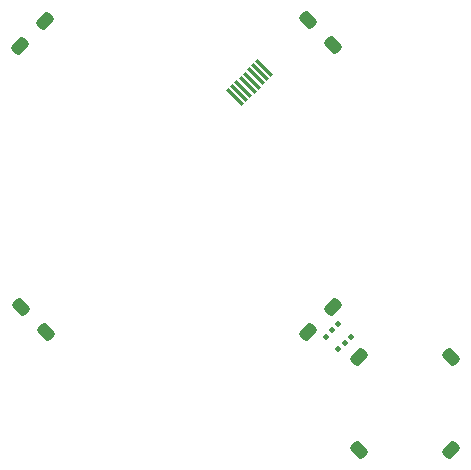
<source format=gbr>
%TF.GenerationSoftware,KiCad,Pcbnew,7.0.2-0*%
%TF.CreationDate,2023-08-13T19:41:18+08:00*%
%TF.ProjectId,Wheel,57686565-6c2e-46b6-9963-61645f706362,rev?*%
%TF.SameCoordinates,Original*%
%TF.FileFunction,Soldermask,Bot*%
%TF.FilePolarity,Negative*%
%FSLAX46Y46*%
G04 Gerber Fmt 4.6, Leading zero omitted, Abs format (unit mm)*
G04 Created by KiCad (PCBNEW 7.0.2-0) date 2023-08-13 19:41:18*
%MOMM*%
%LPD*%
G01*
G04 APERTURE LIST*
G04 Aperture macros list*
%AMRoundRect*
0 Rectangle with rounded corners*
0 $1 Rounding radius*
0 $2 $3 $4 $5 $6 $7 $8 $9 X,Y pos of 4 corners*
0 Add a 4 corners polygon primitive as box body*
4,1,4,$2,$3,$4,$5,$6,$7,$8,$9,$2,$3,0*
0 Add four circle primitives for the rounded corners*
1,1,$1+$1,$2,$3*
1,1,$1+$1,$4,$5*
1,1,$1+$1,$6,$7*
1,1,$1+$1,$8,$9*
0 Add four rect primitives between the rounded corners*
20,1,$1+$1,$2,$3,$4,$5,0*
20,1,$1+$1,$4,$5,$6,$7,0*
20,1,$1+$1,$6,$7,$8,$9,0*
20,1,$1+$1,$8,$9,$2,$3,0*%
%AMRotRect*
0 Rectangle, with rotation*
0 The origin of the aperture is its center*
0 $1 length*
0 $2 width*
0 $3 Rotation angle, in degrees counterclockwise*
0 Add horizontal line*
21,1,$1,$2,0,0,$3*%
G04 Aperture macros list end*
%ADD10C,0.500000*%
%ADD11RoundRect,0.250000X0.512652X0.159099X0.159099X0.512652X-0.512652X-0.159099X-0.159099X-0.512652X0*%
%ADD12RoundRect,0.250000X-0.159099X0.512652X-0.512652X0.159099X0.159099X-0.512652X0.512652X-0.159099X0*%
%ADD13RoundRect,0.250000X0.159099X-0.512652X0.512652X-0.159099X-0.159099X0.512652X-0.512652X0.159099X0*%
%ADD14RoundRect,0.250000X-0.512652X-0.159099X-0.159099X-0.512652X0.512652X0.159099X0.159099X0.512652X0*%
%ADD15RotRect,0.350000X1.800000X45.000000*%
G04 APERTURE END LIST*
D10*
%TO.C,mouse-bite-2mm-slot*%
X213955575Y-113873489D03*
X212894915Y-112812829D03*
X213425245Y-114403819D03*
X212364585Y-113343159D03*
X212894915Y-114934149D03*
X211834255Y-113873489D03*
%TD*%
D11*
%TO.C,REF\u002A\u002A*%
X188089609Y-87130710D03*
%TD*%
D12*
%TO.C,REF\u002A\u002A*%
X188160319Y-113505794D03*
%TD*%
D11*
%TO.C,REF\u002A\u002A*%
X214627326Y-115605900D03*
%TD*%
D13*
%TO.C,REF\u002A\u002A*%
X210363473Y-87059999D03*
%TD*%
%TO.C,REF\u002A\u002A*%
X222476212Y-115605900D03*
%TD*%
D14*
%TO.C,REF\u002A\u002A*%
X212484792Y-111384473D03*
%TD*%
D13*
%TO.C,REF\u002A\u002A*%
X212484793Y-89181319D03*
%TD*%
D14*
%TO.C,REF\u002A\u002A*%
X222476212Y-123454786D03*
%TD*%
%TO.C,REF\u002A\u002A*%
X210328116Y-113470438D03*
%TD*%
D12*
%TO.C,REF\u002A\u002A*%
X186074354Y-111349118D03*
%TD*%
D15*
%TO.C,J1*%
X204162146Y-93614880D03*
X204515699Y-93261326D03*
X204869253Y-92907773D03*
X205222806Y-92554219D03*
X205576359Y-92200666D03*
X205929913Y-91847113D03*
X206283466Y-91493559D03*
X206637020Y-91140006D03*
%TD*%
D12*
%TO.C,REF\u002A\u002A*%
X214627326Y-123454786D03*
%TD*%
D11*
%TO.C,REF\u002A\u002A*%
X185968288Y-89252030D03*
%TD*%
M02*

</source>
